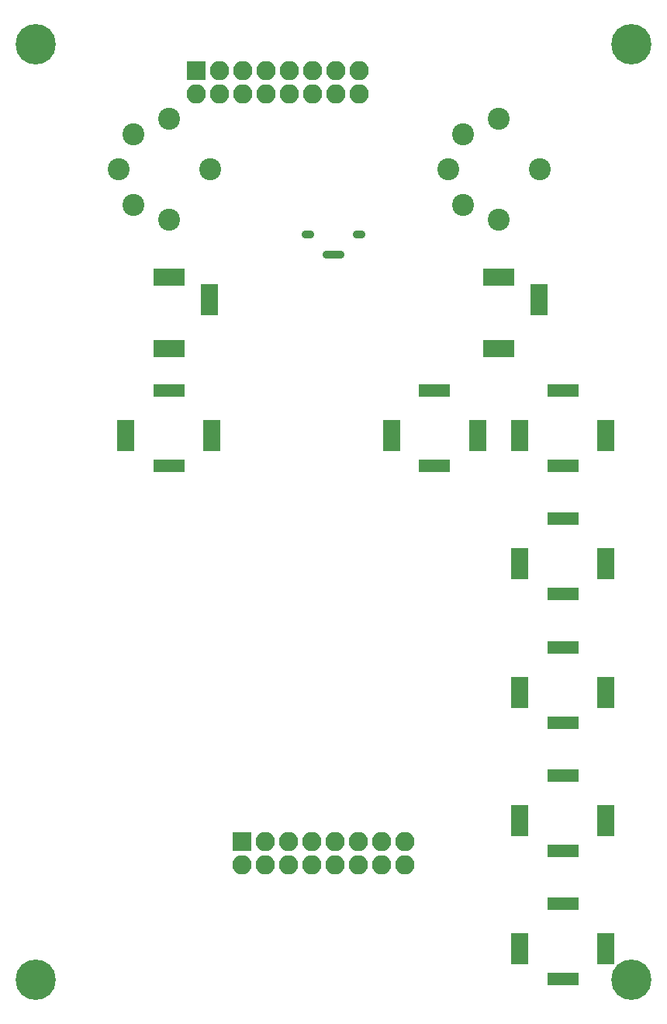
<source format=gbs>
G04 #@! TF.FileFunction,Soldermask,Bot*
%FSLAX46Y46*%
G04 Gerber Fmt 4.6, Leading zero omitted, Abs format (unit mm)*
G04 Created by KiCad (PCBNEW 4.0.1-stable) date 26/04/2018 08:36:00*
%MOMM*%
G01*
G04 APERTURE LIST*
%ADD10C,0.100000*%
%ADD11C,4.400000*%
%ADD12R,1.900000X3.400000*%
%ADD13R,3.400000X1.400000*%
%ADD14C,2.400000*%
%ADD15R,2.100000X2.100000*%
%ADD16O,2.100000X2.100000*%
%ADD17R,3.400000X1.900000*%
%ADD18O,2.400000X0.900000*%
%ADD19O,1.400000X0.900000*%
G04 APERTURE END LIST*
D10*
D11*
X67425000Y-146325000D03*
X132425000Y-44325000D03*
X132425000Y-146325000D03*
X67425000Y-44325000D03*
D12*
X77225000Y-87000000D03*
X86625000Y-87000000D03*
D13*
X81925000Y-90300000D03*
X81925000Y-82100000D03*
D12*
X120225000Y-87000000D03*
X129625000Y-87000000D03*
D13*
X124925000Y-90300000D03*
X124925000Y-82100000D03*
D12*
X120225000Y-101000000D03*
X129625000Y-101000000D03*
D13*
X124925000Y-104300000D03*
X124925000Y-96100000D03*
D12*
X120225000Y-115000000D03*
X129625000Y-115000000D03*
D13*
X124925000Y-118300000D03*
X124925000Y-110100000D03*
D12*
X120225000Y-129000000D03*
X129625000Y-129000000D03*
D13*
X124925000Y-132300000D03*
X124925000Y-124100000D03*
D12*
X120225000Y-143000000D03*
X129625000Y-143000000D03*
D13*
X124925000Y-146300000D03*
X124925000Y-138100000D03*
D14*
X78035000Y-54120000D03*
X78035000Y-61880000D03*
X76425000Y-58000000D03*
X81925000Y-63500000D03*
X81925000Y-52500000D03*
X86425000Y-58000000D03*
X114035000Y-54120000D03*
X114035000Y-61880000D03*
X112425000Y-58000000D03*
X117925000Y-63500000D03*
X117925000Y-52500000D03*
X122425000Y-58000000D03*
D15*
X89925000Y-131285000D03*
D16*
X89925000Y-133825000D03*
X92465000Y-131285000D03*
X92465000Y-133825000D03*
X95005000Y-131285000D03*
X95005000Y-133825000D03*
X97545000Y-131285000D03*
X97545000Y-133825000D03*
X100085000Y-131285000D03*
X100085000Y-133825000D03*
X102625000Y-131285000D03*
X102625000Y-133825000D03*
X105165000Y-131285000D03*
X105165000Y-133825000D03*
X107705000Y-131285000D03*
X107705000Y-133825000D03*
D15*
X84925000Y-47185000D03*
D16*
X84925000Y-49725000D03*
X87465000Y-47185000D03*
X87465000Y-49725000D03*
X90005000Y-47185000D03*
X90005000Y-49725000D03*
X92545000Y-47185000D03*
X92545000Y-49725000D03*
X95085000Y-47185000D03*
X95085000Y-49725000D03*
X97625000Y-47185000D03*
X97625000Y-49725000D03*
X100165000Y-47185000D03*
X100165000Y-49725000D03*
X102705000Y-47185000D03*
X102705000Y-49725000D03*
D12*
X86325000Y-72200000D03*
D17*
X81925000Y-69700000D03*
X81925000Y-77500000D03*
D12*
X122325000Y-72200000D03*
D17*
X117925000Y-69700000D03*
X117925000Y-77500000D03*
D12*
X106225000Y-87000000D03*
X115625000Y-87000000D03*
D13*
X110925000Y-90300000D03*
X110925000Y-82100000D03*
D18*
X99925000Y-67250000D03*
D19*
X102725000Y-65100000D03*
X97125000Y-65100000D03*
M02*

</source>
